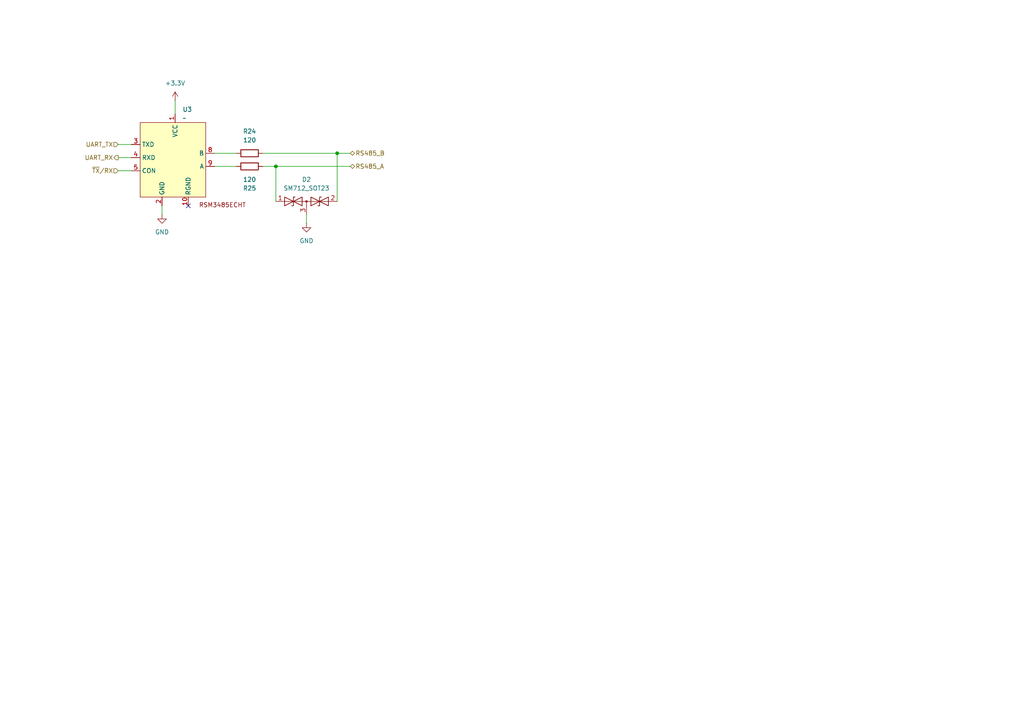
<source format=kicad_sch>
(kicad_sch (version 20250114) (generator "eeschema") (generator_version "9.0")
  (paper "A4")
  (lib_symbols
    (symbol "Device:R" (pin_numbers (hide yes)) (pin_names (offset 0))
      (property "Reference" "R" (at 2.032 0 90))
      (property "Value" "R" (at 0 0 90))
      (symbol "R_0_1"
        (rectangle (start -1.016 -2.54) (end 1.016 2.54) (stroke (width 0.254)))
      )
      (symbol "R_1_1"
        (pin passive line (at 0 3.81 270) (length 1.27) (name "~") (number "1"))
        (pin passive line (at 0 -3.81 90) (length 1.27) (name "~") (number "2"))
      )
    )
    (symbol "Diode:SM712_SOT23" (pin_names (offset 1.016) (hide yes))
      (property "Reference" "D" (at 0 4.445 0))
      (property "Value" "SM712_SOT23" (at 0 2.54 0))
      (symbol "SM712_SOT23_0_0"
        (polyline (pts (xy 0 -1.27) (xy 0 0)))
      )
      (symbol "SM712_SOT23_0_1"
        (polyline (pts (xy -6.35 0) (xy 6.35 0)))
        (polyline (pts (xy -6.35 -1.27) (xy -1.27 1.27) (xy -1.27 -1.27) (xy -6.35 1.27) (xy -6.35 -1.27)) (stroke (width 0.2032)))
        (polyline (pts (xy -3.302 1.27) (xy -3.81 1.27) (xy -3.81 -1.27) (xy -4.318 -1.27)) (stroke (width 0.2032)))
        (circle (center 0 0) (radius 0.254) (fill (type outline)))
        (polyline (pts (xy 1.27 -1.27) (xy 1.27 1.27) (xy 6.35 -1.27) (xy 6.35 1.27) (xy 1.27 -1.27)) (stroke (width 0.2032)))
        (polyline (pts (xy 4.318 1.27) (xy 3.81 1.27) (xy 3.81 -1.27) (xy 3.302 -1.27)) (stroke (width 0.2032)))
      )
      (symbol "SM712_SOT23_1_1"
        (pin passive line (at -8.89 0 0) (length 2.54) (name "A1") (number "1"))
        (pin input line (at 0 -3.81 90) (length 2.54) (name "common") (number "3"))
        (pin passive line (at 8.89 0 180) (length 2.54) (name "A2") (number "2"))
      )
    )
    (symbol "Riqi_Parts:YLPTEC_RSM3485ECHT"
      (property "Reference" "U" (at 1.778 1.016 0))
      (symbol "YLPTEC_RSM3485ECHT_1_1"
        (rectangle (start -15.24 -1.27) (end 3.81 -22.86) (fill (type background)))
        (text "RSM3485ECHT" (at 8.636 -25.146 0) (effects (font (size 1.27 1.27))))
        (pin bidirectional line (at -17.78 -7.62 0) (length 2.54) (name "TXD") (number "3"))
        (pin bidirectional line (at -17.78 -11.43 0) (length 2.54) (name "RXD") (number "4"))
        (pin bidirectional line (at -17.78 -15.24 0) (length 2.54) (name "CON") (number "5"))
        (pin power_in line (at -8.89 -25.4 90) (length 2.54) (name "GND") (number "2"))
        (pin power_in line (at -5.08 1.27 270) (length 2.54) (name "VCC") (number "1"))
        (pin power_in line (at -1.27 -25.4 90) (length 2.54) (name "RGND") (number "10"))
        (pin bidirectional line (at 6.35 -10.16 180) (length 2.54) (name "B") (number "8"))
        (pin bidirectional line (at 6.35 -13.97 180) (length 2.54) (name "A") (number "9"))
      )
    )
    (symbol "power:+3.3V" (power) (pin_numbers (hide yes)) (pin_names (offset 0) (hide yes))
      (property "Value" "+3.3V" (at 0 3.556 0))
      (symbol "+3.3V_0_1"
        (polyline (pts (xy -0.762 1.27) (xy 0 2.54)))
        (polyline (pts (xy 0 2.54) (xy 0.762 1.27)))
        (polyline (pts (xy 0 0) (xy 0 2.54)))
      )
      (symbol "+3.3V_1_1"
        (pin power_in line (at 0 0 90) (length 0) (name "~") (number "1"))
      )
    )
    (symbol "power:GND" (power) (pin_numbers (hide yes)) (pin_names (offset 0) (hide yes))
      (property "Value" "GND" (at 0 -3.81 0))
      (symbol "GND_0_1"
        (polyline (pts (xy 0 0) (xy 0 -1.27) (xy 1.27 -1.27) (xy 0 -2.54) (xy -1.27 -1.27) (xy 0 -1.27)))
      )
      (symbol "GND_1_1"
        (pin power_in line (at 0 0 270) (length 0) (name "~") (number "1"))
      )
    )
  )
  (junction (at 97.79 44.45))
  (junction (at 80.01 48.26))
  (no_connect (at 54.61 59.69))
  (wire (pts (xy 34.29 41.91) (xy 38.1 41.91)))
  (wire (pts (xy 34.29 45.72) (xy 38.1 45.72)))
  (wire (pts (xy 62.23 44.45) (xy 68.58 44.45)))
  (wire (pts (xy 76.2 44.45) (xy 97.79 44.45)))
  (wire (pts (xy 50.8 29.21) (xy 50.8 33.02)))
  (wire (pts (xy 76.2 48.26) (xy 80.01 48.26)))
  (wire (pts (xy 34.29 49.53) (xy 38.1 49.53)))
  (wire (pts (xy 97.79 44.45) (xy 97.79 58.42)))
  (wire (pts (xy 88.9 62.23) (xy 88.9 64.77)))
  (wire (pts (xy 80.01 48.26) (xy 101.6 48.26)))
  (wire (pts (xy 62.23 48.26) (xy 68.58 48.26)))
  (wire (pts (xy 97.79 44.45) (xy 101.6 44.45)))
  (wire (pts (xy 46.99 59.69) (xy 46.99 62.23)))
  (wire (pts (xy 80.01 48.26) (xy 80.01 58.42)))
  (hierarchical_label "RS485_A" (shape bidirectional) (at 101.6 48.26 0))
  (hierarchical_label "UART_TX" (shape input) (at 34.29 41.91 180))
  (hierarchical_label "RS485_B" (shape bidirectional) (at 101.6 44.45 0))
  (hierarchical_label "UART_RX" (shape output) (at 34.29 45.72 180))
  (hierarchical_label "~{TX}{slash}RX" (shape input) (at 34.29 49.53 180))
  (symbol (lib_id "power:GND") (at 46.99 62.23 0) (unit 1)
    (property "Reference" "#PWR16" (effects (hide yes)))
    (property "Value" "GND" (at 46.99 67.31 0))
    (property "Description" "Power symbol creates a global label with name \"GND\" , ground" (effects (hide yes)))
  )
  (symbol (lib_id "Device:R") (at 72.39 44.45 90) (unit 1)
    (property "Reference" "R24" (at 72.39 38.1 90))
    (property "Value" "120" (at 72.39 40.64 90))
    (property "Description" "Resistor" (effects (hide yes)))
  )
  (symbol (lib_id "Riqi_Parts:YLPTEC_RSM3485ECHT") (at 55.88 34.29 0) (unit 1)
    (property "Reference" "U3" (at 52.9433 31.75 0) (effects (justify left)))
    (property "Value" "~" (at 52.9433 34.29 0) (effects (justify left)))
    (property "Footprint" "Riqi_Parts:YLPTEC RSM3485ECHT" (effects (hide yes)))
    (property "Datasheet" "https://lcsc.com/datasheet/lcsc_datasheet_2411051508_YLPTEC-RSM3485ECHT_C2992406.pdf" (effects (hide yes)))
    (property "Description" "RS485 ISOLATED MODULE" (effects (hide yes)))
  )
  (symbol (lib_id "Diode:SM712_SOT23") (at 88.9 58.42 0) (unit 1)
    (property "Reference" "D2" (at 88.9 52.07 0))
    (property "Value" "SM712_SOT23" (at 88.9 54.61 0))
    (property "Footprint" "Package_TO_SOT_SMD:SOT-23" (effects (hide yes)))
    (property "Datasheet" "https://www.littelfuse.com/~/media/electronics/datasheets/tvs_diode_arrays/littelfuse_tvs_diode_array_sm712_datasheet.pdf.pdf" (effects (hide yes)))
    (property "Description" "7V/12V, 600W Asymmetrical TVS Diode Array, SOT-23" (effects (hide yes)))
  )
  (symbol (lib_id "Device:R") (at 72.39 48.26 90) (mirror x) (unit 1)
    (property "Reference" "R25" (at 72.39 54.61 90))
    (property "Value" "120" (at 72.39 52.07 90))
    (property "Description" "Resistor" (effects (hide yes)))
  )
  (symbol (lib_id "power:+3.3V") (at 50.8 29.21 0) (unit 1)
    (property "Reference" "#PWR17" (effects (hide yes)))
    (property "Value" "+3.3V" (at 50.8 24.13 0))
    (property "Description" "Power symbol creates a global label with name \"+3.3V\"" (effects (hide yes)))
  )
  (symbol (lib_id "power:GND") (at 88.9 64.77 0) (unit 1)
    (property "Reference" "#PWR052" (effects (hide yes)))
    (property "Value" "GND" (at 88.9 69.85 0))
    (property "Description" "Power symbol creates a global label with name \"GND\" , ground" (effects (hide yes)))
  )
)
</source>
